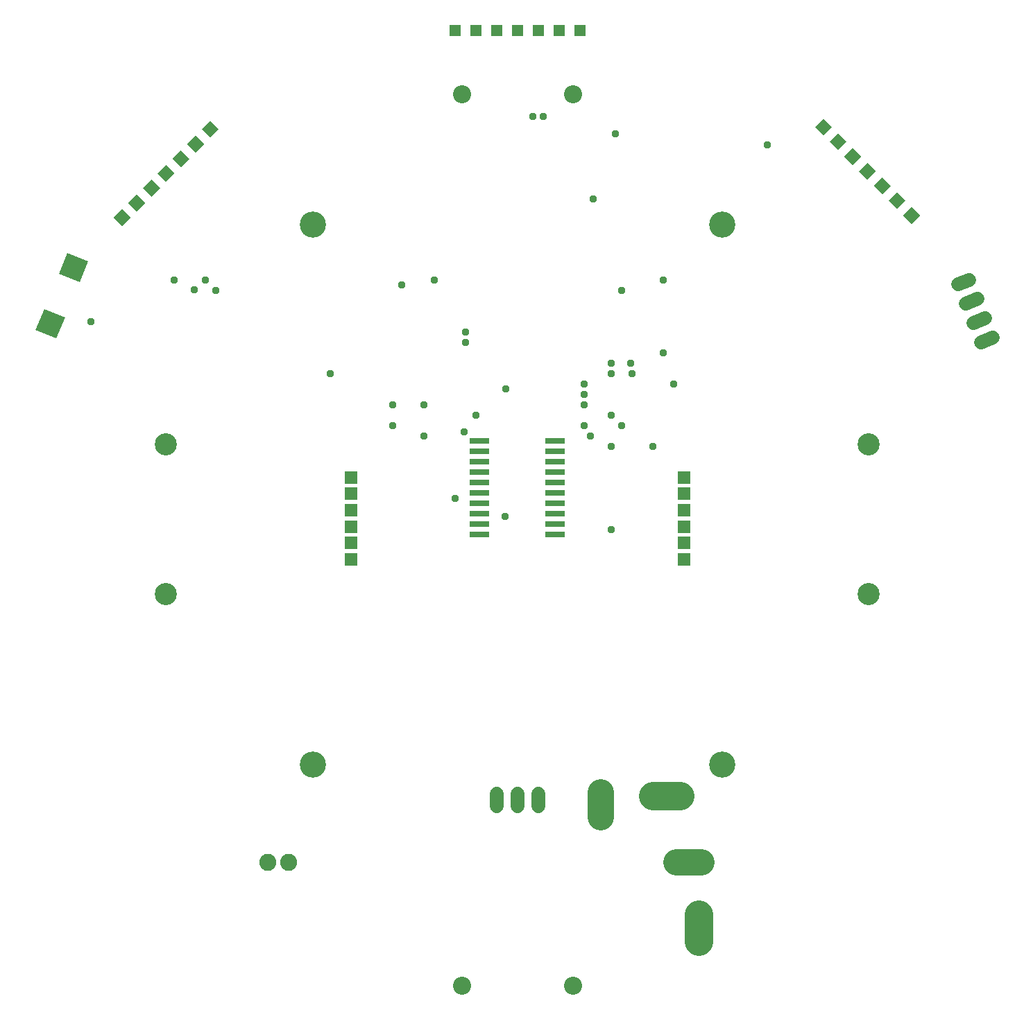
<source format=gbr>
G04 EAGLE Gerber RS-274X export*
G75*
%MOMM*%
%FSLAX34Y34*%
%LPD*%
%INSoldermask Bottom*%
%IPPOS*%
%AMOC8*
5,1,8,0,0,1.08239X$1,22.5*%
G01*
%ADD10C,2.203200*%
%ADD11C,2.703200*%
%ADD12C,3.203200*%
%ADD13R,2.403200X0.803200*%
%ADD14C,1.727200*%
%ADD15R,1.625600X1.625600*%
%ADD16R,1.473200X1.473200*%
%ADD17R,1.473200X1.473200*%
%ADD18C,3.251200*%
%ADD19C,3.505200*%
%ADD20R,2.743200X2.743200*%
%ADD21C,2.082800*%
%ADD22C,0.959600*%


D10*
X-67500Y-570000D03*
X67500Y-570000D03*
X-67500Y518700D03*
X67500Y518700D03*
D11*
X-428960Y91240D03*
X-428960Y-91240D03*
X428960Y91240D03*
X428960Y-91240D03*
D12*
X-250000Y360000D03*
X250000Y360000D03*
X250000Y-300000D03*
X-250000Y-300000D03*
D13*
X46000Y82550D03*
X-46000Y6350D03*
X46000Y95250D03*
X46000Y69850D03*
X46000Y57150D03*
X-46000Y19050D03*
X-46000Y-6350D03*
X-46000Y-19050D03*
X46000Y31750D03*
X46000Y-6350D03*
X46000Y44450D03*
X46000Y19050D03*
X46000Y-19050D03*
X46000Y6350D03*
X-46000Y31750D03*
X-46000Y44450D03*
X-46000Y57150D03*
X-46000Y69850D03*
X-46000Y82550D03*
X-46000Y95250D03*
D14*
X25400Y-335280D02*
X25400Y-350520D01*
X0Y-350520D02*
X0Y-335280D01*
X-25400Y-335280D02*
X-25400Y-350520D01*
X537576Y286545D02*
X551726Y292205D01*
X561159Y268622D02*
X547009Y262962D01*
X556441Y239378D02*
X570591Y245038D01*
X580024Y221455D02*
X565874Y215795D01*
D15*
X-203219Y-49214D03*
X-203219Y-29214D03*
X-203219Y-9214D03*
X-203219Y10786D03*
X-203219Y30786D03*
X-203219Y50786D03*
D16*
X-76200Y596900D03*
X-50800Y596900D03*
X-25400Y596900D03*
X0Y596900D03*
X25400Y596900D03*
X50800Y596900D03*
X76200Y596900D03*
D17*
G36*
X373380Y468373D02*
X362963Y478790D01*
X373380Y489207D01*
X383797Y478790D01*
X373380Y468373D01*
G37*
G36*
X391341Y450412D02*
X380924Y460829D01*
X391341Y471246D01*
X401758Y460829D01*
X391341Y450412D01*
G37*
G36*
X409301Y432452D02*
X398884Y442869D01*
X409301Y453286D01*
X419718Y442869D01*
X409301Y432452D01*
G37*
G36*
X427262Y414491D02*
X416845Y424908D01*
X427262Y435325D01*
X437679Y424908D01*
X427262Y414491D01*
G37*
G36*
X445222Y396531D02*
X434805Y406948D01*
X445222Y417365D01*
X455639Y406948D01*
X445222Y396531D01*
G37*
G36*
X463183Y378570D02*
X452766Y388987D01*
X463183Y399404D01*
X473600Y388987D01*
X463183Y378570D01*
G37*
G36*
X481143Y360610D02*
X470726Y371027D01*
X481143Y381444D01*
X491560Y371027D01*
X481143Y360610D01*
G37*
G36*
X-472183Y368300D02*
X-482600Y357883D01*
X-493017Y368300D01*
X-482600Y378717D01*
X-472183Y368300D01*
G37*
G36*
X-454222Y386261D02*
X-464639Y375844D01*
X-475056Y386261D01*
X-464639Y396678D01*
X-454222Y386261D01*
G37*
G36*
X-436262Y404221D02*
X-446679Y393804D01*
X-457096Y404221D01*
X-446679Y414638D01*
X-436262Y404221D01*
G37*
G36*
X-418301Y422182D02*
X-428718Y411765D01*
X-439135Y422182D01*
X-428718Y432599D01*
X-418301Y422182D01*
G37*
G36*
X-400341Y440142D02*
X-410758Y429725D01*
X-421175Y440142D01*
X-410758Y450559D01*
X-400341Y440142D01*
G37*
G36*
X-382380Y458103D02*
X-392797Y447686D01*
X-403214Y458103D01*
X-392797Y468520D01*
X-382380Y458103D01*
G37*
G36*
X-364420Y476063D02*
X-374837Y465646D01*
X-385254Y476063D01*
X-374837Y486480D01*
X-364420Y476063D01*
G37*
D18*
X194310Y-419100D02*
X224790Y-419100D01*
D19*
X220980Y-482600D02*
X220980Y-515620D01*
D20*
G36*
X-559459Y299886D02*
X-548962Y325229D01*
X-523619Y314732D01*
X-534116Y289389D01*
X-559459Y299886D01*
G37*
G36*
X-587969Y231057D02*
X-577472Y256400D01*
X-552129Y245903D01*
X-562626Y220560D01*
X-587969Y231057D01*
G37*
D18*
X101600Y-334010D02*
X101600Y-364490D01*
D19*
X165100Y-337820D02*
X198120Y-337820D01*
D21*
X-304800Y-419100D03*
X-279400Y-419100D03*
D15*
X203200Y50800D03*
X203200Y30800D03*
X203200Y10800D03*
X203200Y-9200D03*
X203200Y-29200D03*
X203200Y-49200D03*
D22*
X-419100Y292100D03*
X-76200Y25400D03*
X-64770Y106680D03*
X-13970Y158750D03*
X-140970Y285750D03*
X-101600Y292100D03*
X119267Y470604D03*
X-520700Y241300D03*
X-14687Y3207D03*
X92710Y391160D03*
X88900Y101600D03*
X114300Y-12700D03*
X114300Y88900D03*
X81162Y139700D03*
X81162Y152400D03*
X81162Y165100D03*
X81162Y114300D03*
X139700Y177800D03*
X114300Y177800D03*
X-63500Y215900D03*
X138430Y190500D03*
X114300Y190500D03*
X-63500Y228600D03*
X127000Y114300D03*
X127000Y279400D03*
X177800Y292100D03*
X-381000Y292100D03*
X177800Y203200D03*
X-394671Y280371D03*
X-152400Y114300D03*
X-50800Y127000D03*
X-368300Y279400D03*
X-114300Y101600D03*
X304800Y457200D03*
X-228600Y177800D03*
X114300Y127150D03*
X190500Y165100D03*
X19050Y491490D03*
X31750Y491490D03*
X165100Y88900D03*
X-114300Y139700D03*
X-152400Y139700D03*
M02*

</source>
